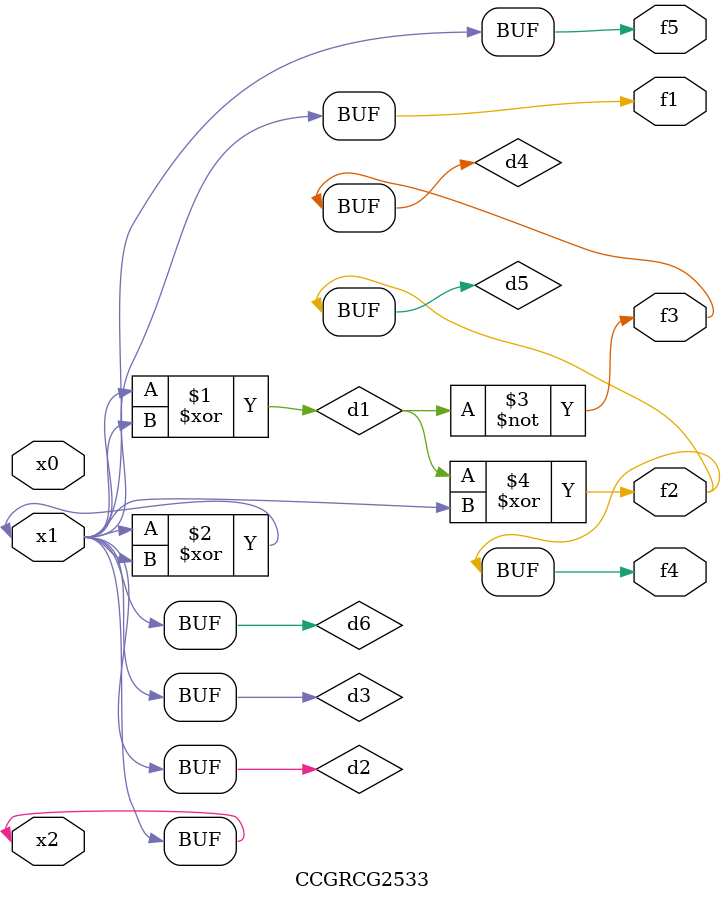
<source format=v>
module CCGRCG2533(
	input x0, x1, x2,
	output f1, f2, f3, f4, f5
);

	wire d1, d2, d3, d4, d5, d6;

	xor (d1, x1, x2);
	buf (d2, x1, x2);
	xor (d3, x1, x2);
	nor (d4, d1);
	xor (d5, d1, d2);
	buf (d6, d2, d3);
	assign f1 = d6;
	assign f2 = d5;
	assign f3 = d4;
	assign f4 = d5;
	assign f5 = d6;
endmodule

</source>
